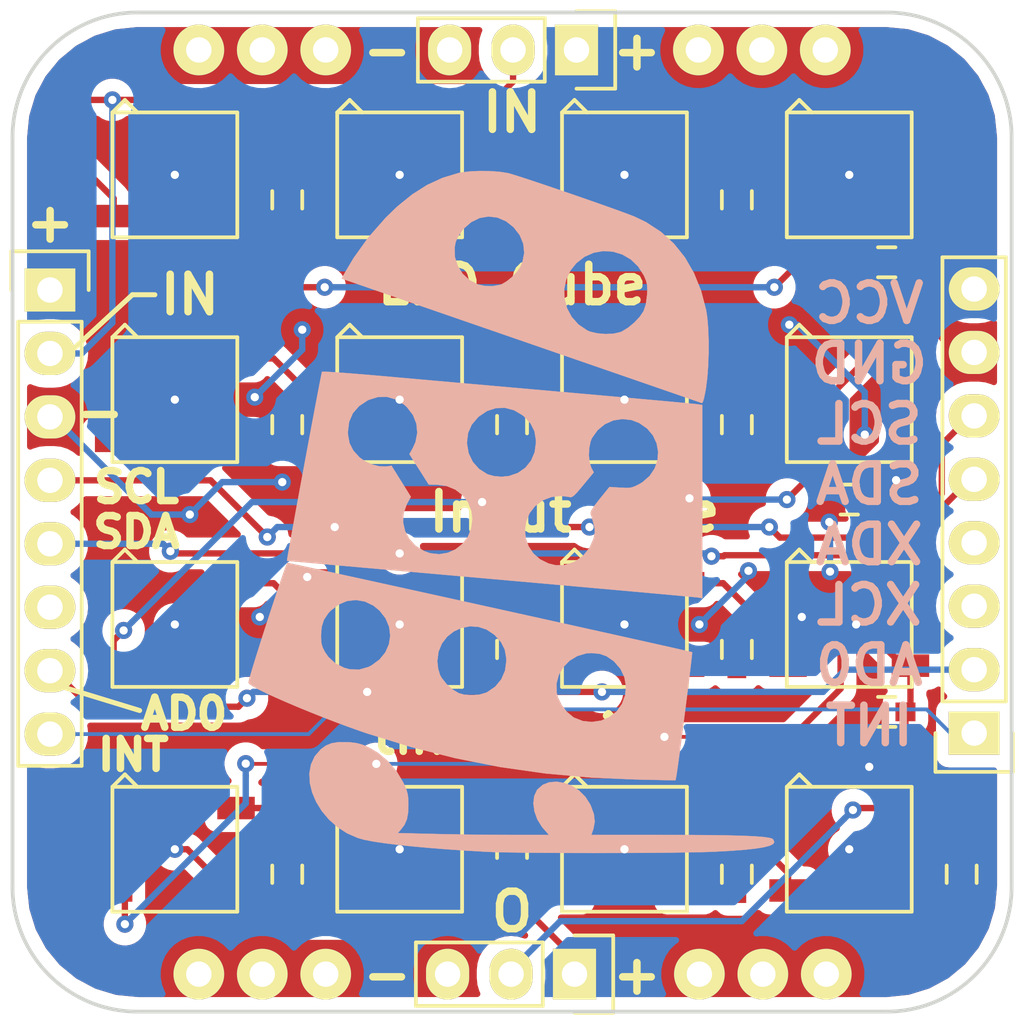
<source format=kicad_pcb>
(kicad_pcb (version 4) (host pcbnew 4.0.5)
  (title_block (title "LED Cube") (date 2016-07-20) (rev v1.0) (company Thimble) (comment 1 http://www.thimble.io))
  (layers (0 F.Cu signal) (31 B.Cu signal) (34 B.Paste user) (35 F.Paste user) (36 B.SilkS user) (37 F.SilkS user) (38 B.Mask user) (39 F.Mask user) (44 Edge.Cuts user))
  (net 0 "")
  (net 1 +5V)
  (net 2 GND)
  (net 3 "Net-(LED1-Pad2)")
  (net 4 "Net-(LED1-Pad4)")
  (net 5 "Net-(LED2-Pad2)")
  (net 6 "Net-(LED3-Pad2)")
  (net 7 "Net-(LED4-Pad2)")
  (net 8 "Net-(LED5-Pad2)")
  (net 9 "Net-(LED6-Pad2)")
  (net 10 "Net-(LED7-Pad2)")
  (net 11 "Net-(LED8-Pad2)")
  (net 12 "Net-(LED10-Pad4)")
  (net 13 "Net-(LED10-Pad2)")
  (net 14 "Net-(LED11-Pad2)")
  (net 15 "Net-(LED12-Pad2)")
  (net 16 "Net-(LED13-Pad2)")
  (net 17 "Net-(LED14-Pad2)")
  (net 18 "Net-(LED15-Pad2)")
  (net 19 "Net-(LED16-Pad2)")
  (net 20 /SCL)
  (net 21 /SDA)
  (net 22 /INT)
  (net 23 /AD0)
  (module logo:27_3mm_icon (layer B.Cu) (at 163.5 123.5 180)
    (fp_text reference G*** hide)
    (fp_text value LOGO hide)
  )
  (module mechanical:Mechanical_1x03 (layer F.Cu) (at 171 142 90)
    (fp_text reference REF** hide)
    (fp_text value Pin_Header_Straight_1x03 hide)
    (pad 1 thru_hole circle (at 0 0 90) (size 2.032 2.032) (drill 1.016) (layers *.Cu *.Mask F.SilkS) (net 2 GND))
    (pad 2 thru_hole circle (at 0 2.54 90) (size 2.032 2.032) (drill 1.016) (layers *.Cu *.Mask F.SilkS) (net 2 GND))
    (pad 3 thru_hole circle (at 0 5.08 90) (size 2.032 2.032) (drill 1.016) (layers *.Cu *.Mask F.SilkS) (net 2 GND))
  )
  (module Pin_Headers:Pin_Header_Straight_1x03 (layer F.Cu) (at 166 142 270)
    (fp_text reference P4 hide)
    (fp_text value CONN_01X03)
    (pad 1 thru_hole rect (at 0 0 270) (size 2.032 1.7272) (drill 1.016) (layers *.Cu *.Mask F.SilkS) (net 1 +5V))
    (pad 2 thru_hole oval (at 0 2.54 270) (size 2.032 1.7272) (drill 1.016) (layers *.Cu *.Mask F.SilkS) (net 19 "Net-(LED16-Pad2)"))
    (pad 3 thru_hole oval (at 0 5.08 270) (size 2.032 1.7272) (drill 1.016) (layers *.Cu *.Mask F.SilkS) (net 2 GND))
  )
  (module Pin_Headers:Pin_Header_Straight_1x03 (layer F.Cu) (at 166.08 105 270)
    (fp_text reference P1 hide)
    (fp_text value CONN_01X03)
    (pad 1 thru_hole rect (at 0 0 270) (size 2.032 1.7272) (drill 1.016) (layers *.Cu *.Mask F.SilkS) (net 1 +5V))
    (pad 2 thru_hole oval (at 0 2.54 270) (size 2.032 1.7272) (drill 1.016) (layers *.Cu *.Mask F.SilkS) (net 4 "Net-(LED1-Pad4)"))
    (pad 3 thru_hole oval (at 0 5.08 270) (size 2.032 1.7272) (drill 1.016) (layers *.Cu *.Mask F.SilkS) (net 2 GND))
  )
  (module Capacitors_SMD:C_0603 (layer F.Cu) (at 154.5 111 90)
    (fp_text reference C1 hide)
    (fp_text value 1uF)
    (pad 1 smd rect (at -0.75 0 90) (size 0.8 0.75) (layers F.Cu F.Paste F.Mask) (net 1 +5V))
    (pad 2 smd rect (at 0.75 0 90) (size 0.8 0.75) (layers F.Cu F.Paste F.Mask) (net 2 GND))
  )
  (module Capacitors_SMD:C_0603 (layer F.Cu) (at 163.5 111 90)
    (fp_text reference C2 hide)
    (fp_text value 1uF)
    (pad 1 smd rect (at -0.75 0 90) (size 0.8 0.75) (layers F.Cu F.Paste F.Mask) (net 1 +5V))
    (pad 2 smd rect (at 0.75 0 90) (size 0.8 0.75) (layers F.Cu F.Paste F.Mask) (net 2 GND))
  )
  (module Capacitors_SMD:C_0603 (layer F.Cu) (at 172.5 111 90)
    (fp_text reference C3 hide)
    (fp_text value 1uF)
    (pad 1 smd rect (at -0.75 0 90) (size 0.8 0.75) (layers F.Cu F.Paste F.Mask) (net 1 +5V))
    (pad 2 smd rect (at 0.75 0 90) (size 0.8 0.75) (layers F.Cu F.Paste F.Mask) (net 2 GND))
  )
  (module Capacitors_SMD:C_0603 (layer F.Cu) (at 154.5 120 90)
    (fp_text reference C5 hide)
    (fp_text value 1uF)
    (pad 1 smd rect (at -0.75 0 90) (size 0.8 0.75) (layers F.Cu F.Paste F.Mask) (net 1 +5V))
    (pad 2 smd rect (at 0.75 0 90) (size 0.8 0.75) (layers F.Cu F.Paste F.Mask) (net 2 GND))
  )
  (module Capacitors_SMD:C_0603 (layer F.Cu) (at 163.5 120 90)
    (fp_text reference C6 hide)
    (fp_text value 1uF)
    (pad 1 smd rect (at -0.75 0 90) (size 0.8 0.75) (layers F.Cu F.Paste F.Mask) (net 1 +5V))
    (pad 2 smd rect (at 0.75 0 90) (size 0.8 0.75) (layers F.Cu F.Paste F.Mask) (net 2 GND))
  )
  (module Capacitors_SMD:C_0603 (layer F.Cu) (at 172.5 120 90)
    (fp_text reference C7 hide)
    (fp_text value 1uF)
    (pad 1 smd rect (at -0.75 0 90) (size 0.8 0.75) (layers F.Cu F.Paste F.Mask) (net 1 +5V))
    (pad 2 smd rect (at 0.75 0 90) (size 0.8 0.75) (layers F.Cu F.Paste F.Mask) (net 2 GND))
  )
  (module Capacitors_SMD:C_0603 (layer F.Cu) (at 177 123 180)
    (fp_text reference C8 hide)
    (fp_text value 1uF)
    (pad 1 smd rect (at -0.75 0 180) (size 0.8 0.75) (layers F.Cu F.Paste F.Mask) (net 1 +5V))
    (pad 2 smd rect (at 0.75 0 180) (size 0.8 0.75) (layers F.Cu F.Paste F.Mask) (net 2 GND))
  )
  (module Capacitors_SMD:C_0603 (layer F.Cu) (at 154.5 129 90)
    (fp_text reference C9 hide)
    (fp_text value 1uF)
    (pad 1 smd rect (at -0.75 0 90) (size 0.8 0.75) (layers F.Cu F.Paste F.Mask) (net 1 +5V))
    (pad 2 smd rect (at 0.75 0 90) (size 0.8 0.75) (layers F.Cu F.Paste F.Mask) (net 2 GND))
  )
  (module Capacitors_SMD:C_0603 (layer F.Cu) (at 163.5 129 90)
    (fp_text reference C10 hide)
    (fp_text value 1uF)
    (pad 1 smd rect (at -0.75 0 90) (size 0.8 0.75) (layers F.Cu F.Paste F.Mask) (net 1 +5V))
    (pad 2 smd rect (at 0.75 0 90) (size 0.8 0.75) (layers F.Cu F.Paste F.Mask) (net 2 GND))
  )
  (module Capacitors_SMD:C_0603 (layer F.Cu) (at 172.5 129 90)
    (fp_text reference C11 hide)
    (fp_text value 1uF)
    (pad 1 smd rect (at -0.75 0 90) (size 0.8 0.75) (layers F.Cu F.Paste F.Mask) (net 1 +5V))
    (pad 2 smd rect (at 0.75 0 90) (size 0.8 0.75) (layers F.Cu F.Paste F.Mask) (net 2 GND))
  )
  (module Capacitors_SMD:C_0603 (layer F.Cu) (at 178.5 131.5 180)
    (fp_text reference C12 hide)
    (fp_text value 1uF)
    (pad 1 smd rect (at -0.75 0 180) (size 0.8 0.75) (layers F.Cu F.Paste F.Mask) (net 1 +5V))
    (pad 2 smd rect (at 0.75 0 180) (size 0.8 0.75) (layers F.Cu F.Paste F.Mask) (net 2 GND))
  )
  (module Capacitors_SMD:C_0603 (layer F.Cu) (at 154.5 138 90)
    (fp_text reference C13 hide)
    (fp_text value 1uF)
    (pad 1 smd rect (at -0.75 0 90) (size 0.8 0.75) (layers F.Cu F.Paste F.Mask) (net 1 +5V))
    (pad 2 smd rect (at 0.75 0 90) (size 0.8 0.75) (layers F.Cu F.Paste F.Mask) (net 2 GND))
  )
  (module Capacitors_SMD:C_0603 (layer F.Cu) (at 163.5 137 90)
    (fp_text reference C14 hide)
    (fp_text value 1uF)
    (pad 1 smd rect (at -0.75 0 90) (size 0.8 0.75) (layers F.Cu F.Paste F.Mask) (net 1 +5V))
    (pad 2 smd rect (at 0.75 0 90) (size 0.8 0.75) (layers F.Cu F.Paste F.Mask) (net 2 GND))
  )
  (module Capacitors_SMD:C_0603 (layer F.Cu) (at 172.5 138 90)
    (fp_text reference C15 hide)
    (fp_text value 1uF)
    (pad 1 smd rect (at -0.75 0 90) (size 0.8 0.75) (layers F.Cu F.Paste F.Mask) (net 1 +5V))
    (pad 2 smd rect (at 0.75 0 90) (size 0.8 0.75) (layers F.Cu F.Paste F.Mask) (net 2 GND))
  )
  (module Capacitors_SMD:C_0603 (layer F.Cu) (at 181.5 138 90)
    (fp_text reference C16 hide)
    (fp_text value 1uF)
    (pad 1 smd rect (at -0.75 0 90) (size 0.8 0.75) (layers F.Cu F.Paste F.Mask) (net 1 +5V))
    (pad 2 smd rect (at 0.75 0 90) (size 0.8 0.75) (layers F.Cu F.Paste F.Mask) (net 2 GND))
  )
  (module Capacitors_SMD:C_0603 (layer F.Cu) (at 178.5 113.5 180)
    (fp_text reference C4 hide)
    (fp_text value 1uF)
    (pad 1 smd rect (at -0.75 0 180) (size 0.8 0.75) (layers F.Cu F.Paste F.Mask) (net 1 +5V))
    (pad 2 smd rect (at 0.75 0 180) (size 0.8 0.75) (layers F.Cu F.Paste F.Mask) (net 2 GND))
  )
  (module mechanical:Mechanical_1x03 (layer F.Cu) (at 150.96 142 90)
    (fp_text reference REF** hide)
    (fp_text value Pin_Header_Straight_1x03 hide)
    (pad 1 thru_hole circle (at 0 0 90) (size 2.032 2.032) (drill 1.016) (layers *.Cu *.Mask F.SilkS) (net 2 GND))
    (pad 2 thru_hole circle (at 0 2.54 90) (size 2.032 2.032) (drill 1.016) (layers *.Cu *.Mask F.SilkS) (net 2 GND))
    (pad 3 thru_hole circle (at 0 5.08 90) (size 2.032 2.032) (drill 1.016) (layers *.Cu *.Mask F.SilkS) (net 2 GND))
  )
  (module mechanical:Mechanical_1x03 (layer F.Cu) (at 150.96 105 90)
    (fp_text reference REF** hide)
    (fp_text value Pin_Header_Straight_1x03 hide)
    (pad 1 thru_hole circle (at 0 0 90) (size 2.032 2.032) (drill 1.016) (layers *.Cu *.Mask F.SilkS) (net 2 GND))
    (pad 2 thru_hole circle (at 0 2.54 90) (size 2.032 2.032) (drill 1.016) (layers *.Cu *.Mask F.SilkS) (net 2 GND))
    (pad 3 thru_hole circle (at 0 5.08 90) (size 2.032 2.032) (drill 1.016) (layers *.Cu *.Mask F.SilkS) (net 2 GND))
  )
  (module mechanical:Mechanical_1x03 (layer F.Cu) (at 170.96 105 90)
    (fp_text reference REF** hide)
    (fp_text value Pin_Header_Straight_1x03 hide)
    (pad 1 thru_hole circle (at 0 0 90) (size 2.032 2.032) (drill 1.016) (layers *.Cu *.Mask F.SilkS) (net 2 GND))
    (pad 2 thru_hole circle (at 0 2.54 90) (size 2.032 2.032) (drill 1.016) (layers *.Cu *.Mask F.SilkS) (net 2 GND))
    (pad 3 thru_hole circle (at 0 5.08 90) (size 2.032 2.032) (drill 1.016) (layers *.Cu *.Mask F.SilkS) (net 2 GND))
  )
  (module Pin_Headers:Pin_Header_Straight_1x08 (layer F.Cu) (at 145 114.61)
    (fp_text reference P2 hide)
    (fp_text value CONN_01X08)
    (pad 1 thru_hole rect (at 0 0) (size 2.032 1.7272) (drill 1.016) (layers *.Cu *.Mask F.SilkS) (net 1 +5V))
    (pad 2 thru_hole oval (at 0 2.54) (size 2.032 1.7272) (drill 1.016) (layers *.Cu *.Mask F.SilkS) (net 4 "Net-(LED1-Pad4)"))
    (pad 3 thru_hole oval (at 0 5.08) (size 2.032 1.7272) (drill 1.016) (layers *.Cu *.Mask F.SilkS) (net 2 GND))
    (pad 4 thru_hole oval (at 0 7.62) (size 2.032 1.7272) (drill 1.016) (layers *.Cu *.Mask F.SilkS) (net 20 /SCL))
    (pad 5 thru_hole oval (at 0 10.16) (size 2.032 1.7272) (drill 1.016) (layers *.Cu *.Mask F.SilkS) (net 21 /SDA))
    (pad 6 thru_hole oval (at 0 12.7) (size 2.032 1.7272) (drill 1.016) (layers *.Cu *.Mask F.SilkS))
    (pad 7 thru_hole oval (at 0 15.24) (size 2.032 1.7272) (drill 1.016) (layers *.Cu *.Mask F.SilkS) (net 23 /AD0))
    (pad 8 thru_hole oval (at 0 17.78) (size 2.032 1.7272) (drill 1.016) (layers *.Cu *.Mask F.SilkS) (net 22 /INT))
  )
  (module Pin_Headers:Pin_Header_Straight_1x08 (layer F.Cu) (at 182 132.35 180)
    (fp_text reference P3 hide)
    (fp_text value CONN_01X08)
    (pad 1 thru_hole rect (at 0 0 180) (size 2.032 1.7272) (drill 1.016) (layers *.Cu *.Mask F.SilkS) (net 22 /INT))
    (pad 2 thru_hole oval (at 0 2.54 180) (size 2.032 1.7272) (drill 1.016) (layers *.Cu *.Mask F.SilkS) (net 23 /AD0))
    (pad 3 thru_hole oval (at 0 5.08 180) (size 2.032 1.7272) (drill 1.016) (layers *.Cu *.Mask F.SilkS))
    (pad 4 thru_hole oval (at 0 7.62 180) (size 2.032 1.7272) (drill 1.016) (layers *.Cu *.Mask F.SilkS))
    (pad 5 thru_hole oval (at 0 10.16 180) (size 2.032 1.7272) (drill 1.016) (layers *.Cu *.Mask F.SilkS) (net 21 /SDA))
    (pad 6 thru_hole oval (at 0 12.7 180) (size 2.032 1.7272) (drill 1.016) (layers *.Cu *.Mask F.SilkS) (net 20 /SCL))
    (pad 7 thru_hole oval (at 0 15.24 180) (size 2.032 1.7272) (drill 1.016) (layers *.Cu *.Mask F.SilkS) (net 2 GND))
    (pad 8 thru_hole oval (at 0 17.78 180) (size 2.032 1.7272) (drill 1.016) (layers *.Cu *.Mask F.SilkS) (net 1 +5V))
  )
  (module ws2812b:5050 (layer F.Cu) (at 150 110 180)
    (fp_text reference LED1 hide)
    (fp_text value LED_RGB_WS2812B hide)
    (pad 1 smd rect (at -2.45 -1.65 180) (size 1.5 0.9) (layers F.Cu F.Paste F.Mask) (net 1 +5V))
    (pad 2 smd rect (at -2.45 1.65 180) (size 1.5 0.9) (layers F.Cu F.Paste F.Mask) (net 3 "Net-(LED1-Pad2)"))
    (pad 3 smd rect (at 2.45 1.65 180) (size 1.5 0.9) (layers F.Cu F.Paste F.Mask) (net 2 GND))
    (pad 4 smd rect (at 2.45 -1.65 180) (size 1.5 0.9) (layers F.Cu F.Paste F.Mask) (net 4 "Net-(LED1-Pad4)"))
  )
  (module ws2812b:5050 (layer F.Cu) (at 177 137 180)
    (fp_text reference LED16 hide)
    (fp_text value LED_RGB_WS2812B hide)
    (pad 1 smd rect (at -2.45 -1.65 180) (size 1.5 0.9) (layers F.Cu F.Paste F.Mask) (net 1 +5V))
    (pad 2 smd rect (at -2.45 1.65 180) (size 1.5 0.9) (layers F.Cu F.Paste F.Mask) (net 19 "Net-(LED16-Pad2)"))
    (pad 3 smd rect (at 2.45 1.65 180) (size 1.5 0.9) (layers F.Cu F.Paste F.Mask) (net 2 GND))
    (pad 4 smd rect (at 2.45 -1.65 180) (size 1.5 0.9) (layers F.Cu F.Paste F.Mask) (net 18 "Net-(LED15-Pad2)"))
  )
  (module ws2812b:5050 (layer F.Cu) (at 168 137 180)
    (fp_text reference LED15 hide)
    (fp_text value LED_RGB_WS2812B hide)
    (pad 1 smd rect (at -2.45 -1.65 180) (size 1.5 0.9) (layers F.Cu F.Paste F.Mask) (net 1 +5V))
    (pad 2 smd rect (at -2.45 1.65 180) (size 1.5 0.9) (layers F.Cu F.Paste F.Mask) (net 18 "Net-(LED15-Pad2)"))
    (pad 3 smd rect (at 2.45 1.65 180) (size 1.5 0.9) (layers F.Cu F.Paste F.Mask) (net 2 GND))
    (pad 4 smd rect (at 2.45 -1.65 180) (size 1.5 0.9) (layers F.Cu F.Paste F.Mask) (net 17 "Net-(LED14-Pad2)"))
  )
  (module ws2812b:5050 (layer F.Cu) (at 159 137 180)
    (fp_text reference LED14 hide)
    (fp_text value LED_RGB_WS2812B hide)
    (pad 1 smd rect (at -2.45 -1.65 180) (size 1.5 0.9) (layers F.Cu F.Paste F.Mask) (net 1 +5V))
    (pad 2 smd rect (at -2.45 1.65 180) (size 1.5 0.9) (layers F.Cu F.Paste F.Mask) (net 17 "Net-(LED14-Pad2)"))
    (pad 3 smd rect (at 2.45 1.65 180) (size 1.5 0.9) (layers F.Cu F.Paste F.Mask) (net 2 GND))
    (pad 4 smd rect (at 2.45 -1.65 180) (size 1.5 0.9) (layers F.Cu F.Paste F.Mask) (net 16 "Net-(LED13-Pad2)"))
  )
  (module ws2812b:5050 (layer F.Cu) (at 150 137 180)
    (fp_text reference LED13 hide)
    (fp_text value LED_RGB_WS2812B hide)
    (pad 1 smd rect (at -2.45 -1.65 180) (size 1.5 0.9) (layers F.Cu F.Paste F.Mask) (net 1 +5V))
    (pad 2 smd rect (at -2.45 1.65 180) (size 1.5 0.9) (layers F.Cu F.Paste F.Mask) (net 16 "Net-(LED13-Pad2)"))
    (pad 3 smd rect (at 2.45 1.65 180) (size 1.5 0.9) (layers F.Cu F.Paste F.Mask) (net 2 GND))
    (pad 4 smd rect (at 2.45 -1.65 180) (size 1.5 0.9) (layers F.Cu F.Paste F.Mask) (net 15 "Net-(LED12-Pad2)"))
  )
  (module ws2812b:5050 (layer F.Cu) (at 168 128 180)
    (fp_text reference LED11 hide)
    (fp_text value LED_RGB_WS2812B hide)
    (pad 1 smd rect (at -2.45 -1.65 180) (size 1.5 0.9) (layers F.Cu F.Paste F.Mask) (net 1 +5V))
    (pad 2 smd rect (at -2.45 1.65 180) (size 1.5 0.9) (layers F.Cu F.Paste F.Mask) (net 14 "Net-(LED11-Pad2)"))
    (pad 3 smd rect (at 2.45 1.65 180) (size 1.5 0.9) (layers F.Cu F.Paste F.Mask) (net 2 GND))
    (pad 4 smd rect (at 2.45 -1.65 180) (size 1.5 0.9) (layers F.Cu F.Paste F.Mask) (net 13 "Net-(LED10-Pad2)"))
  )
  (module ws2812b:5050 (layer F.Cu) (at 159 128 180)
    (fp_text reference LED10 hide)
    (fp_text value LED_RGB_WS2812B hide)
    (pad 1 smd rect (at -2.45 -1.65 180) (size 1.5 0.9) (layers F.Cu F.Paste F.Mask) (net 1 +5V))
    (pad 2 smd rect (at -2.45 1.65 180) (size 1.5 0.9) (layers F.Cu F.Paste F.Mask) (net 13 "Net-(LED10-Pad2)"))
    (pad 3 smd rect (at 2.45 1.65 180) (size 1.5 0.9) (layers F.Cu F.Paste F.Mask) (net 2 GND))
    (pad 4 smd rect (at 2.45 -1.65 180) (size 1.5 0.9) (layers F.Cu F.Paste F.Mask) (net 12 "Net-(LED10-Pad4)"))
  )
  (module ws2812b:5050 (layer F.Cu) (at 150 128 180)
    (fp_text reference LED9 hide)
    (fp_text value LED_RGB_WS2812B hide)
    (pad 1 smd rect (at -2.45 -1.65 180) (size 1.5 0.9) (layers F.Cu F.Paste F.Mask) (net 1 +5V))
    (pad 2 smd rect (at -2.45 1.65 180) (size 1.5 0.9) (layers F.Cu F.Paste F.Mask) (net 12 "Net-(LED10-Pad4)"))
    (pad 3 smd rect (at 2.45 1.65 180) (size 1.5 0.9) (layers F.Cu F.Paste F.Mask) (net 2 GND))
    (pad 4 smd rect (at 2.45 -1.65 180) (size 1.5 0.9) (layers F.Cu F.Paste F.Mask) (net 11 "Net-(LED8-Pad2)"))
  )
  (module ws2812b:5050 (layer F.Cu) (at 177 119 180)
    (fp_text reference LED8 hide)
    (fp_text value LED_RGB_WS2812B hide)
    (pad 1 smd rect (at -2.45 -1.65 180) (size 1.5 0.9) (layers F.Cu F.Paste F.Mask) (net 1 +5V))
    (pad 2 smd rect (at -2.45 1.65 180) (size 1.5 0.9) (layers F.Cu F.Paste F.Mask) (net 11 "Net-(LED8-Pad2)"))
    (pad 3 smd rect (at 2.45 1.65 180) (size 1.5 0.9) (layers F.Cu F.Paste F.Mask) (net 2 GND))
    (pad 4 smd rect (at 2.45 -1.65 180) (size 1.5 0.9) (layers F.Cu F.Paste F.Mask) (net 10 "Net-(LED7-Pad2)"))
  )
  (module ws2812b:5050 (layer F.Cu) (at 168 119 180)
    (fp_text reference LED7 hide)
    (fp_text value LED_RGB_WS2812B hide)
    (pad 1 smd rect (at -2.45 -1.65 180) (size 1.5 0.9) (layers F.Cu F.Paste F.Mask) (net 1 +5V))
    (pad 2 smd rect (at -2.45 1.65 180) (size 1.5 0.9) (layers F.Cu F.Paste F.Mask) (net 10 "Net-(LED7-Pad2)"))
    (pad 3 smd rect (at 2.45 1.65 180) (size 1.5 0.9) (layers F.Cu F.Paste F.Mask) (net 2 GND))
    (pad 4 smd rect (at 2.45 -1.65 180) (size 1.5 0.9) (layers F.Cu F.Paste F.Mask) (net 9 "Net-(LED6-Pad2)"))
  )
  (module ws2812b:5050 (layer F.Cu) (at 159 119 180)
    (fp_text reference LED6 hide)
    (fp_text value LED_RGB_WS2812B hide)
    (pad 1 smd rect (at -2.45 -1.65 180) (size 1.5 0.9) (layers F.Cu F.Paste F.Mask) (net 1 +5V))
    (pad 2 smd rect (at -2.45 1.65 180) (size 1.5 0.9) (layers F.Cu F.Paste F.Mask) (net 9 "Net-(LED6-Pad2)"))
    (pad 3 smd rect (at 2.45 1.65 180) (size 1.5 0.9) (layers F.Cu F.Paste F.Mask) (net 2 GND))
    (pad 4 smd rect (at 2.45 -1.65 180) (size 1.5 0.9) (layers F.Cu F.Paste F.Mask) (net 8 "Net-(LED5-Pad2)"))
  )
  (module ws2812b:5050 (layer F.Cu) (at 150 119 180)
    (fp_text reference LED5 hide)
    (fp_text value LED_RGB_WS2812B hide)
    (pad 1 smd rect (at -2.45 -1.65 180) (size 1.5 0.9) (layers F.Cu F.Paste F.Mask) (net 1 +5V))
    (pad 2 smd rect (at -2.45 1.65 180) (size 1.5 0.9) (layers F.Cu F.Paste F.Mask) (net 8 "Net-(LED5-Pad2)"))
    (pad 3 smd rect (at 2.45 1.65 180) (size 1.5 0.9) (layers F.Cu F.Paste F.Mask) (net 2 GND))
    (pad 4 smd rect (at 2.45 -1.65 180) (size 1.5 0.9) (layers F.Cu F.Paste F.Mask) (net 7 "Net-(LED4-Pad2)"))
  )
  (module ws2812b:5050 (layer F.Cu) (at 159 110 180)
    (fp_text reference LED2 hide)
    (fp_text value LED_RGB_WS2812B hide)
    (pad 1 smd rect (at -2.45 -1.65 180) (size 1.5 0.9) (layers F.Cu F.Paste F.Mask) (net 1 +5V))
    (pad 2 smd rect (at -2.45 1.65 180) (size 1.5 0.9) (layers F.Cu F.Paste F.Mask) (net 5 "Net-(LED2-Pad2)"))
    (pad 3 smd rect (at 2.45 1.65 180) (size 1.5 0.9) (layers F.Cu F.Paste F.Mask) (net 2 GND))
    (pad 4 smd rect (at 2.45 -1.65 180) (size 1.5 0.9) (layers F.Cu F.Paste F.Mask) (net 3 "Net-(LED1-Pad2)"))
  )
  (module ws2812b:5050 (layer F.Cu) (at 168 110 180)
    (fp_text reference LED3 hide)
    (fp_text value LED_RGB_WS2812B hide)
    (pad 1 smd rect (at -2.45 -1.65 180) (size 1.5 0.9) (layers F.Cu F.Paste F.Mask) (net 1 +5V))
    (pad 2 smd rect (at -2.45 1.65 180) (size 1.5 0.9) (layers F.Cu F.Paste F.Mask) (net 6 "Net-(LED3-Pad2)"))
    (pad 3 smd rect (at 2.45 1.65 180) (size 1.5 0.9) (layers F.Cu F.Paste F.Mask) (net 2 GND))
    (pad 4 smd rect (at 2.45 -1.65 180) (size 1.5 0.9) (layers F.Cu F.Paste F.Mask) (net 5 "Net-(LED2-Pad2)"))
  )
  (module ws2812b:5050 (layer F.Cu) (at 177 110 180)
    (fp_text reference LED4 hide)
    (fp_text value LED_RGB_WS2812B hide)
    (pad 1 smd rect (at -2.45 -1.65 180) (size 1.5 0.9) (layers F.Cu F.Paste F.Mask) (net 1 +5V))
    (pad 2 smd rect (at -2.45 1.65 180) (size 1.5 0.9) (layers F.Cu F.Paste F.Mask) (net 7 "Net-(LED4-Pad2)"))
    (pad 3 smd rect (at 2.45 1.65 180) (size 1.5 0.9) (layers F.Cu F.Paste F.Mask) (net 2 GND))
    (pad 4 smd rect (at 2.45 -1.65 180) (size 1.5 0.9) (layers F.Cu F.Paste F.Mask) (net 6 "Net-(LED3-Pad2)"))
  )
  (module ws2812b:5050 (layer F.Cu) (at 177 128 180)
    (fp_text reference LED12 hide)
    (fp_text value LED_RGB_WS2812B hide)
    (pad 1 smd rect (at -2.45 -1.65 180) (size 1.5 0.9) (layers F.Cu F.Paste F.Mask) (net 1 +5V))
    (pad 2 smd rect (at -2.45 1.65 180) (size 1.5 0.9) (layers F.Cu F.Paste F.Mask) (net 15 "Net-(LED12-Pad2)"))
    (pad 3 smd rect (at 2.45 1.65 180) (size 1.5 0.9) (layers F.Cu F.Paste F.Mask) (net 2 GND))
    (pad 4 smd rect (at 2.45 -1.65 180) (size 1.5 0.9) (layers F.Cu F.Paste F.Mask) (net 14 "Net-(LED11-Pad2)"))
  )
  (gr_text INT (at 148.336 133.223) (layer F.SilkS) (effects (font (size 1.2 1.2) (thickness 0.3))))
  (gr_text thimble.io (at 163.5 132.4) (layer F.SilkS) (effects (font (size 1.5 1.5) (thickness 0.3))))
  (gr_text "Top Input Side" (at 163.5 123.5) (layer F.SilkS) (effects (font (size 1.5 1.5) (thickness 0.3))))
  (gr_text "LED Cube" (at 163.5 114.4) (layer F.SilkS) (effects (font (size 1.5 1.5) (thickness 0.3))))
  (gr_line (start 148.3 114.8) (end 149.2 114.8) (layer F.SilkS) (width 0.2))
  (gr_line (start 145.8 117.1) (end 148.3 114.8) (layer F.SilkS) (width 0.2))
  (gr_text AD0 (at 150.368 131.572) (layer F.SilkS) (effects (font (size 1.2 1.2) (thickness 0.3))))
  (gr_line (start 145.5 130.5) (end 148.59 131.445) (layer F.SilkS) (width 0.2))
  (gr_text SDA (at 148.463 124.3) (layer F.SilkS) (effects (font (size 1.2 1.2) (thickness 0.3))))
  (gr_text SCL (at 148.463 122.5) (layer F.SilkS) (effects (font (size 1.2 1.2) (thickness 0.3))))
  (gr_line (start 148.5 103.5) (end 178.5 103.5) (layer Edge.Cuts) (width 0.15))
  (gr_arc (start 148.5 108.5) (end 143.5 108.5) (angle 90) (layer Edge.Cuts) (width 0.15))
  (gr_line (start 183.5 108.5) (end 183.5 138.5) (layer Edge.Cuts) (width 0.15))
  (gr_arc (start 178.5 108.5) (end 178.5 103.5) (angle 90) (layer Edge.Cuts) (width 0.15))
  (gr_line (start 143.5 108.5) (end 143.5 138.5) (layer Edge.Cuts) (width 0.15))
  (gr_line (start 148.5 143.5) (end 178.5 143.5) (layer Edge.Cuts) (width 0.15))
  (gr_arc (start 148.5 138.5) (end 148.5 143.5) (angle 90) (layer Edge.Cuts) (width 0.15))
  (gr_arc (start 178.5 138.5) (end 183.5 138.5) (angle 90) (layer Edge.Cuts) (width 0.15))
  (gr_text O (at 163.5 139.5) (layer F.SilkS) (effects (font (size 1.5 1.5) (thickness 0.3))))
  (gr_text "-\n" (at 147 119.7 180) (layer F.SilkS) (effects (font (size 1.5 1.5) (thickness 0.3))))
  (gr_text + (at 168.5 142) (layer F.SilkS) (effects (font (size 1.5 1.5) (thickness 0.3))))
  (gr_text - (at 158.5 142) (layer F.SilkS) (effects (font (size 1.5 1.5) (thickness 0.3))))
  (gr_text "VCC\nGND\nSCL\nSDA\nXDA\nXCL\nAD0\nINT" (at 177.8 123.6) (layer B.SilkS) (effects (font (size 1.5 1.5) (thickness 0.3)) (justify mirror)))
  (gr_text IN (at 150.6 114.8) (layer F.SilkS) (effects (font (size 1.5 1.5) (thickness 0.3))))
  (gr_text + (at 144.9 112 90) (layer F.SilkS) (effects (font (size 1.5 1.5) (thickness 0.3))))
  (gr_text + (at 168.5 105) (layer F.SilkS) (effects (font (size 1.5 1.5) (thickness 0.3))))
  (gr_text - (at 158.5 105) (layer F.SilkS) (effects (font (size 1.5 1.5) (thickness 0.3))))
  (gr_text IN (at 163.5 107.5) (layer F.SilkS) (effects (font (size 1.5 1.5) (thickness 0.3))))
  (segment (start 154.5 138.75) (end 154.5 139.404) (width 0.254) (layer F.Cu) (net 1))
  (segment (start 154.5 139.404) (end 155.087273 139.991273) (width 0.254) (layer F.Cu) (net 1))
  (segment (start 155.087273 139.991273) (end 157.222629 139.991273) (width 0.254) (layer F.Cu) (net 1))
  (segment (start 157.222629 139.991273) (end 159 138.213902) (width 0.254) (layer F.Cu) (net 1))
  (segment (start 159 138.213902) (end 159 137.484933) (width 0.254) (layer F.Cu) (net 1))
  (segment (start 159 137.484933) (end 159 137) (width 0.254) (layer F.Cu) (net 1))
  (segment (start 178.874508 122.709036) (end 178.874508 122.224103) (width 0.254) (layer B.Cu) (net 1))
  (segment (start 178.874508 124.410425) (end 178.874508 122.709036) (width 0.254) (layer B.Cu) (net 1))
  (segment (start 175.584933 127.7) (end 178.874508 124.410425) (width 0.254) (layer B.Cu) (net 1))
  (segment (start 175.1 127.7) (end 175.584933 127.7) (width 0.254) (layer B.Cu) (net 1))
  (segment (start 179.25 131.5) (end 179.25 132.25) (width 0.254) (layer F.Cu) (net 1))
  (segment (start 179.25 132.25) (end 177.8 133.7) (width 0.254) (layer F.Cu) (net 1))
  (via (at 177.8 133.7) (size 0.6858) (drill 0.3302) (layers F.Cu B.Cu) (net 1))
  (segment (start 170.05 120.65) (end 170.45 121.05) (width 0.254) (layer F.Cu) (net 1))
  (segment (start 170.45 120.65) (end 170.05 120.65) (width 0.254) (layer F.Cu) (net 1))
  (segment (start 182 114.57) (end 179.691 114.57) (width 0.254) (layer F.Cu) (net 1))
  (segment (start 179.691 114.57) (end 179.25 114.129) (width 0.254) (layer F.Cu) (net 1))
  (segment (start 179.25 114.129) (end 179.25 113.5) (width 0.254) (layer F.Cu) (net 1))
  (segment (start 178.550897 122.224103) (end 178.874508 122.224103) (width 0.254) (layer F.Cu) (net 1))
  (segment (start 177.775 123) (end 178.550897 122.224103) (width 0.254) (layer F.Cu) (net 1))
  (segment (start 177.75 123) (end 177.775 123) (width 0.254) (layer F.Cu) (net 1))
  (via (at 178.874508 122.224103) (size 0.6858) (drill 0.3302) (layers F.Cu B.Cu) (net 1))
  (segment (start 166 142) (end 166 141.354633) (width 0.254) (layer F.Cu) (net 1))
  (segment (start 166 141.354633) (end 163.295367 138.65) (width 0.254) (layer F.Cu) (net 1))
  (segment (start 162.454 138.65) (end 161.45 138.65) (width 0.254) (layer F.Cu) (net 1))
  (segment (start 163.295367 138.65) (end 162.454 138.65) (width 0.254) (layer F.Cu) (net 1))
  (segment (start 177.5 128) (end 177.274908 128) (width 0.254) (layer F.Cu) (net 1))
  (segment (start 179.15 129.65) (end 177.5 128) (width 0.254) (layer F.Cu) (net 1))
  (segment (start 179.45 129.65) (end 179.15 129.65) (width 0.254) (layer F.Cu) (net 1))
  (via (at 177.274908 128) (size 0.6858) (drill 0.3302) (layers F.Cu B.Cu) (net 1))
  (via (at 175.1 127.7) (size 0.6858) (drill 0.3302) (layers F.Cu B.Cu) (net 1))
  (segment (start 179.72 120.92) (end 179.45 120.65) (width 0.254) (layer F.Cu) (net 1))
  (segment (start 179.45 120.65) (end 179.15 120.65) (width 0.254) (layer F.Cu) (net 1))
  (segment (start 179.15 120.65) (end 177.75 122.05) (width 0.254) (layer F.Cu) (net 1))
  (segment (start 177.75 122.05) (end 177.75 122.371) (width 0.254) (layer F.Cu) (net 1))
  (segment (start 177.75 122.371) (end 177.75 123) (width 0.254) (layer F.Cu) (net 1))
  (segment (start 166 141.8476) (end 166 142) (width 0.254) (layer F.Cu) (net 1))
  (segment (start 159.5 137) (end 159 137) (width 0.254) (layer F.Cu) (net 1))
  (segment (start 161.45 138.65) (end 161.15 138.65) (width 0.254) (layer F.Cu) (net 1))
  (segment (start 161.15 138.65) (end 159.5 137) (width 0.254) (layer F.Cu) (net 1))
  (segment (start 159.5 137) (end 159.484933 137) (width 0.254) (layer F.Cu) (net 1))
  (segment (start 161.45 138.65) (end 162.6 138.65) (width 0.254) (layer F.Cu) (net 1))
  (segment (start 162.6 138.65) (end 163.5 137.75) (width 0.254) (layer F.Cu) (net 1))
  (segment (start 179.45 111.65) (end 179.45 113.3) (width 0.254) (layer F.Cu) (net 1))
  (segment (start 179.45 113.3) (end 179.25 113.5) (width 0.254) (layer F.Cu) (net 1))
  (segment (start 179.45 129.65) (end 179.45 131.3) (width 0.254) (layer F.Cu) (net 1))
  (segment (start 179.45 131.3) (end 179.25 131.5) (width 0.254) (layer F.Cu) (net 1))
  (segment (start 161.55 138.75) (end 161.45 138.65) (width 0.254) (layer F.Cu) (net 1))
  (segment (start 179.75 129.95) (end 179.45 129.65) (width 0.254) (layer F.Cu) (net 1))
  (segment (start 152.45 120.65) (end 154.4 120.65) (width 0.254) (layer F.Cu) (net 1))
  (segment (start 154.4 120.65) (end 154.5 120.75) (width 0.254) (layer F.Cu) (net 1))
  (segment (start 154.5 129.75) (end 152.55 129.75) (width 0.254) (layer F.Cu) (net 1))
  (segment (start 152.55 129.75) (end 152.45 129.65) (width 0.254) (layer F.Cu) (net 1))
  (segment (start 172.5 129.75) (end 170.55 129.75) (width 0.254) (layer F.Cu) (net 1))
  (segment (start 170.55 129.75) (end 170.45 129.65) (width 0.254) (layer F.Cu) (net 1))
  (segment (start 163.5 129.75) (end 161.55 129.75) (width 0.254) (layer F.Cu) (net 1))
  (segment (start 161.55 129.75) (end 161.45 129.65) (width 0.254) (layer F.Cu) (net 1))
  (segment (start 163.5 120.75) (end 161.55 120.75) (width 0.254) (layer F.Cu) (net 1))
  (segment (start 161.55 120.75) (end 161.45 120.65) (width 0.254) (layer F.Cu) (net 1))
  (segment (start 172.5 120.75) (end 170.55 120.75) (width 0.254) (layer F.Cu) (net 1))
  (segment (start 170.55 120.75) (end 170.45 120.65) (width 0.254) (layer F.Cu) (net 1))
  (segment (start 154.5 138.75) (end 152.55 138.75) (width 0.254) (layer F.Cu) (net 1))
  (segment (start 152.55 138.75) (end 152.45 138.65) (width 0.254) (layer F.Cu) (net 1))
  (segment (start 172.5 138.75) (end 170.55 138.75) (width 0.254) (layer F.Cu) (net 1))
  (segment (start 170.55 138.75) (end 170.45 138.65) (width 0.254) (layer F.Cu) (net 1))
  (segment (start 181.5 138.75) (end 179.55 138.75) (width 0.254) (layer F.Cu) (net 1))
  (segment (start 179.55 138.75) (end 179.45 138.65) (width 0.254) (layer F.Cu) (net 1))
  (segment (start 179.45 138.65) (end 179.15 138.65) (width 0.254) (layer F.Cu) (net 1))
  (segment (start 179.15 138.65) (end 177.5 137) (width 0.254) (layer F.Cu) (net 1))
  (segment (start 177.5 137) (end 177 137) (width 0.254) (layer F.Cu) (net 1))
  (via (at 177 137) (size 0.6858) (drill 0.3302) (layers F.Cu B.Cu) (net 1))
  (segment (start 170.45 138.65) (end 170.15 138.65) (width 0.254) (layer F.Cu) (net 1))
  (segment (start 170.15 138.65) (end 168.5 137) (width 0.254) (layer F.Cu) (net 1))
  (segment (start 168.5 137) (end 168 137) (width 0.254) (layer F.Cu) (net 1))
  (via (at 168 137) (size 0.6858) (drill 0.3302) (layers F.Cu B.Cu) (net 1))
  (via (at 159 137) (size 0.6858) (drill 0.3302) (layers F.Cu B.Cu) (net 1))
  (segment (start 152.45 138.65) (end 152.15 138.65) (width 0.254) (layer F.Cu) (net 1))
  (segment (start 152.15 138.65) (end 150.5 137) (width 0.254) (layer F.Cu) (net 1))
  (segment (start 150.5 137) (end 150 137) (width 0.254) (layer F.Cu) (net 1))
  (via (at 150 137) (size 0.6858) (drill 0.3302) (layers F.Cu B.Cu) (net 1))
  (segment (start 170.45 129.65) (end 170.15 129.65) (width 0.254) (layer F.Cu) (net 1))
  (segment (start 170.15 129.65) (end 168.5 128) (width 0.254) (layer F.Cu) (net 1))
  (segment (start 168.5 128) (end 168 128) (width 0.254) (layer F.Cu) (net 1))
  (via (at 168 128) (size 0.6858) (drill 0.3302) (layers F.Cu B.Cu) (net 1))
  (segment (start 161.45 129.65) (end 161.15 129.65) (width 0.254) (layer F.Cu) (net 1))
  (segment (start 161.15 129.65) (end 159.5 128) (width 0.254) (layer F.Cu) (net 1))
  (segment (start 159.5 128) (end 159 128) (width 0.254) (layer F.Cu) (net 1))
  (via (at 159 128) (size 0.6858) (drill 0.3302) (layers F.Cu B.Cu) (net 1))
  (segment (start 152.45 129.65) (end 152.15 129.65) (width 0.254) (layer F.Cu) (net 1))
  (segment (start 152.15 129.65) (end 150.5 128) (width 0.254) (layer F.Cu) (net 1))
  (via (at 150 128) (size 0.6858) (drill 0.3302) (layers F.Cu B.Cu) (net 1))
  (segment (start 150.5 128) (end 150 128) (width 0.254) (layer F.Cu) (net 1))
  (segment (start 170.45 120.65) (end 170.15 120.65) (width 0.254) (layer F.Cu) (net 1))
  (segment (start 170.15 120.65) (end 168.5 119) (width 0.254) (layer F.Cu) (net 1))
  (segment (start 168.5 119) (end 168 119) (width 0.254) (layer F.Cu) (net 1))
  (via (at 168 119) (size 0.6858) (drill 0.3302) (layers F.Cu B.Cu) (net 1))
  (segment (start 161.45 120.65) (end 161.15 120.65) (width 0.254) (layer F.Cu) (net 1))
  (segment (start 161.15 120.65) (end 159.5 119) (width 0.254) (layer F.Cu) (net 1))
  (segment (start 159.5 119) (end 159 119) (width 0.254) (layer F.Cu) (net 1))
  (via (at 159 119) (size 0.6858) (drill 0.3302) (layers F.Cu B.Cu) (net 1))
  (segment (start 152.45 120.65) (end 152.15 120.65) (width 0.254) (layer F.Cu) (net 1))
  (segment (start 152.15 120.65) (end 150.5 119) (width 0.254) (layer F.Cu) (net 1))
  (segment (start 150.5 119) (end 150 119) (width 0.254) (layer F.Cu) (net 1))
  (via (at 150 119) (size 0.6858) (drill 0.3302) (layers F.Cu B.Cu) (net 1))
  (segment (start 179.45 111.65) (end 179.15 111.65) (width 0.254) (layer F.Cu) (net 1))
  (segment (start 179.15 111.65) (end 177.5 110) (width 0.254) (layer F.Cu) (net 1))
  (segment (start 177.5 110) (end 177 110) (width 0.254) (layer F.Cu) (net 1))
  (via (at 177 110) (size 0.6858) (drill 0.3302) (layers F.Cu B.Cu) (net 1))
  (segment (start 152.45 111.65) (end 152.15 111.65) (width 0.254) (layer F.Cu) (net 1))
  (segment (start 152.15 111.65) (end 150.5 110) (width 0.254) (layer F.Cu) (net 1))
  (segment (start 150.5 110) (end 150 110) (width 0.254) (layer F.Cu) (net 1))
  (via (at 150 110) (size 0.6858) (drill 0.3302) (layers F.Cu B.Cu) (net 1))
  (segment (start 170.15 111.65) (end 168.5 110) (width 0.254) (layer F.Cu) (net 1))
  (segment (start 168.5 110) (end 168 110) (width 0.254) (layer F.Cu) (net 1))
  (via (at 168 110) (size 0.6858) (drill 0.3302) (layers F.Cu B.Cu) (net 1))
  (segment (start 161.45 111.65) (end 161.15 111.65) (width 0.254) (layer F.Cu) (net 1))
  (segment (start 161.15 111.65) (end 159.5 110) (width 0.254) (layer F.Cu) (net 1))
  (segment (start 159.5 110) (end 159 110) (width 0.254) (layer F.Cu) (net 1))
  (via (at 159 110) (size 0.6858) (drill 0.3302) (layers F.Cu B.Cu) (net 1))
  (segment (start 170.45 111.65) (end 170.15 111.65) (width 0.254) (layer F.Cu) (net 1))
  (segment (start 170.45 111.65) (end 172.4 111.65) (width 0.254) (layer F.Cu) (net 1))
  (segment (start 172.4 111.65) (end 172.5 111.75) (width 0.254) (layer F.Cu) (net 1))
  (segment (start 161.45 111.65) (end 163.4 111.65) (width 0.254) (layer F.Cu) (net 1))
  (segment (start 163.4 111.65) (end 163.5 111.75) (width 0.254) (layer F.Cu) (net 1))
  (segment (start 152.45 111.65) (end 154.4 111.65) (width 0.254) (layer F.Cu) (net 1))
  (segment (start 154.4 111.65) (end 154.5 111.75) (width 0.254) (layer F.Cu) (net 1))
  (segment (start 181.8476 114.57) (end 182 114.57) (width 0.254) (layer B.Cu) (net 1))
  (segment (start 150.6 123.6) (end 151.9 122.3) (width 0.254) (layer B.Cu) (net 2))
  (segment (start 151.9 122.3) (end 154.3 122.3) (width 0.254) (layer B.Cu) (net 2))
  (via (at 154.3 122.3) (size 0.6858) (drill 0.3302) (layers F.Cu B.Cu) (net 2))
  (segment (start 150.6 123.6) (end 149.371648 123.6) (width 0.254) (layer F.Cu) (net 2))
  (segment (start 149.371648 123.6) (end 148.7 124.271648) (width 0.254) (layer F.Cu) (net 2))
  (segment (start 151.4 127.7) (end 153.4 127.7) (width 0.254) (layer F.Cu) (net 2))
  (segment (start 148.7 124.271648) (end 148.7 126.1) (width 0.254) (layer F.Cu) (net 2))
  (segment (start 148.7 126.1) (end 149.8 126.1) (width 0.254) (layer F.Cu) (net 2))
  (segment (start 149.8 126.1) (end 151.4 127.7) (width 0.254) (layer F.Cu) (net 2))
  (segment (start 145 119.69) (end 145.1524 119.69) (width 0.254) (layer B.Cu) (net 2))
  (segment (start 145.1524 119.69) (end 149.0624 123.6) (width 0.254) (layer B.Cu) (net 2))
  (segment (start 149.0624 123.6) (end 150.6 123.6) (width 0.254) (layer B.Cu) (net 2))
  (via (at 150.6 123.6) (size 0.6858) (drill 0.3302) (layers F.Cu B.Cu) (net 2))
  (segment (start 176.230335 125.884447) (end 176.230335 123.930335) (width 0.254) (layer B.Cu) (net 2))
  (segment (start 176.230335 123.930335) (end 176.2 123.9) (width 0.254) (layer B.Cu) (net 2))
  (segment (start 175.887436 126.227346) (end 176.230335 125.884447) (width 0.254) (layer F.Cu) (net 2))
  (segment (start 175.764782 126.35) (end 175.887436 126.227346) (width 0.254) (layer F.Cu) (net 2))
  (segment (start 174.55 126.35) (end 175.764782 126.35) (width 0.254) (layer F.Cu) (net 2))
  (via (at 176.230335 125.884447) (size 0.6858) (drill 0.3302) (layers F.Cu B.Cu) (net 2))
  (segment (start 155.3 126.1) (end 156.3 126.1) (width 0.254) (layer F.Cu) (net 2))
  (segment (start 156.3 126.1) (end 156.55 126.35) (width 0.254) (layer F.Cu) (net 2))
  (segment (start 153.4 127.7) (end 155 126.1) (width 0.5) (layer B.Cu) (net 2))
  (segment (start 155 126.1) (end 155.3 126.1) (width 0.5) (layer B.Cu) (net 2))
  (via (at 155.3 126.1) (size 0.6858) (drill 0.3302) (layers F.Cu B.Cu) (net 2))
  (segment (start 154.5 128.25) (end 153.95 128.25) (width 0.254) (layer F.Cu) (net 2))
  (segment (start 153.95 128.25) (end 153.4 127.7) (width 0.254) (layer F.Cu) (net 2))
  (via (at 153.4 127.7) (size 0.6858) (drill 0.3302) (layers F.Cu B.Cu) (net 2))
  (segment (start 174.6 116) (end 174.6 117.3) (width 0.254) (layer F.Cu) (net 2))
  (segment (start 174.6 117.3) (end 174.55 117.35) (width 0.254) (layer F.Cu) (net 2))
  (segment (start 177.6223 120.4) (end 177.6223 118.701294) (width 0.254) (layer B.Cu) (net 2))
  (segment (start 177.6223 118.701294) (end 174.921006 116) (width 0.254) (layer B.Cu) (net 2))
  (segment (start 174.921006 116) (end 174.6 116) (width 0.254) (layer B.Cu) (net 2))
  (via (at 174.6 116) (size 0.6858) (drill 0.3302) (layers F.Cu B.Cu) (net 2))
  (segment (start 176.25 123) (end 176.275 123) (width 0.254) (layer F.Cu) (net 2))
  (segment (start 176.275 123) (end 176.904 122.371) (width 0.254) (layer F.Cu) (net 2))
  (segment (start 176.904 122.371) (end 176.904 121.7495) (width 0.254) (layer F.Cu) (net 2))
  (segment (start 176.904 121.7495) (end 177.6223 121.0312) (width 0.254) (layer F.Cu) (net 2))
  (segment (start 177.6223 121.0312) (end 177.6223 120.4) (width 0.254) (layer F.Cu) (net 2))
  (via (at 177.6223 120.4) (size 0.6858) (drill 0.3302) (layers F.Cu B.Cu) (net 2))
  (segment (start 176.2 123.9) (end 176.2 123.05) (width 0.254) (layer F.Cu) (net 2))
  (segment (start 176.2 123.05) (end 176.25 123) (width 0.254) (layer F.Cu) (net 2))
  (segment (start 176.188399 123.911601) (end 176.2 123.9) (width 0.254) (layer B.Cu) (net 2))
  (via (at 176.2 123.9) (size 0.6858) (drill 0.3302) (layers F.Cu B.Cu) (net 2))
  (segment (start 173.308145 126.19384) (end 172.965246 125.850941) (width 0.254) (layer F.Cu) (net 2))
  (segment (start 173.464305 126.35) (end 173.308145 126.19384) (width 0.254) (layer F.Cu) (net 2))
  (segment (start 174.55 126.35) (end 173.464305 126.35) (width 0.254) (layer F.Cu) (net 2))
  (segment (start 172.965246 126.034754) (end 172.965246 125.850941) (width 0.254) (layer B.Cu) (net 2))
  (segment (start 171 128) (end 172.965246 126.034754) (width 0.254) (layer B.Cu) (net 2))
  (via (at 172.965246 125.850941) (size 0.6858) (drill 0.3302) (layers F.Cu B.Cu) (net 2))
  (segment (start 177.75 113.5) (end 177.775 113.5) (width 0.254) (layer F.Cu) (net 2))
  (segment (start 177.775 113.5) (end 181.155125 116.880125) (width 0.254) (layer F.Cu) (net 2))
  (segment (start 181.155125 116.880125) (end 181.33166 116.70359) (width 0.254) (layer F.Cu) (net 2))
  (segment (start 181.33166 116.70359) (end 181.67926 116.70359) (width 0.254) (layer F.Cu) (net 2))
  (via (at 171 128) (size 0.6858) (drill 0.3302) (layers F.Cu B.Cu) (net 2))
  (segment (start 155.1 116.2) (end 155.4 116.2) (width 0.254) (layer F.Cu) (net 2))
  (segment (start 155.4 116.2) (end 156.55 117.35) (width 0.254) (layer F.Cu) (net 2))
  (segment (start 153.2 118.9) (end 155.1 117) (width 0.254) (layer B.Cu) (net 2))
  (segment (start 155.1 117) (end 155.1 116.2) (width 0.254) (layer B.Cu) (net 2))
  (via (at 155.1 116.2) (size 0.6858) (drill 0.3302) (layers F.Cu B.Cu) (net 2))
  (segment (start 154.5 119.25) (end 153.55 119.25) (width 0.254) (layer F.Cu) (net 2))
  (segment (start 153.55 119.25) (end 153.2 118.9) (width 0.254) (layer F.Cu) (net 2))
  (via (at 153.2 118.9) (size 0.6858) (drill 0.3302) (layers F.Cu B.Cu) (net 2))
  (segment (start 160.92 141.8476) (end 160.92 142) (width 0.254) (layer F.Cu) (net 2))
  (segment (start 152.45 108.35) (end 153.954 108.35) (width 0.254) (layer F.Cu) (net 3))
  (segment (start 153.954 108.35) (end 156.55 110.946) (width 0.254) (layer F.Cu) (net 3))
  (segment (start 156.55 110.946) (end 156.55 111.65) (width 0.254) (layer F.Cu) (net 3))
  (segment (start 145 117.15) (end 146.27 117.15) (width 0.254) (layer B.Cu) (net 4))
  (segment (start 146.27 117.15) (end 147.5 115.92) (width 0.254) (layer B.Cu) (net 4))
  (segment (start 147.5 115.92) (end 147.5 110.896) (width 0.254) (layer B.Cu) (net 4))
  (segment (start 162.81 107) (end 147.5 107) (width 0.254) (layer F.Cu) (net 4))
  (segment (start 147.5 107) (end 146.5 107) (width 0.254) (layer F.Cu) (net 4))
  (via (at 147.5 107) (size 0.6858) (drill 0.3302) (layers F.Cu B.Cu) (net 4))
  (segment (start 147.5 110.896) (end 147.5 107) (width 0.254) (layer B.Cu) (net 4))
  (segment (start 163.54 105) (end 163.54 106.27) (width 0.254) (layer F.Cu) (net 4))
  (segment (start 163.54 106.27) (end 162.81 107) (width 0.254) (layer F.Cu) (net 4))
  (segment (start 147.55 110.946) (end 147.55 111.65) (width 0.254) (layer F.Cu) (net 4))
  (segment (start 146.5 107) (end 146 107.5) (width 0.254) (layer F.Cu) (net 4))
  (segment (start 146 109.396) (end 147.55 110.946) (width 0.254) (layer F.Cu) (net 4))
  (segment (start 146 107.5) (end 146 109.396) (width 0.254) (layer F.Cu) (net 4))
  (segment (start 147.5 111.7) (end 147.55 111.65) (width 0.254) (layer F.Cu) (net 4))
  (segment (start 163.54 105.1524) (end 163.54 105) (width 0.254) (layer F.Cu) (net 4))
  (segment (start 161.45 108.35) (end 162.954 108.35) (width 0.254) (layer F.Cu) (net 5))
  (segment (start 162.954 108.35) (end 165.55 110.946) (width 0.254) (layer F.Cu) (net 5))
  (segment (start 165.55 110.946) (end 165.55 111.65) (width 0.254) (layer F.Cu) (net 5))
  (segment (start 170.45 108.35) (end 171.954 108.35) (width 0.254) (layer F.Cu) (net 6))
  (segment (start 171.954 108.35) (end 174.55 110.946) (width 0.254) (layer F.Cu) (net 6))
  (segment (start 174.55 110.946) (end 174.55 111.65) (width 0.254) (layer F.Cu) (net 6))
  (segment (start 147.55 119.946) (end 147.55 120.65) (width 0.254) (layer F.Cu) (net 7))
  (segment (start 152.996 114.5) (end 147.55 119.946) (width 0.254) (layer F.Cu) (net 7))
  (segment (start 156 114.5) (end 152.996 114.5) (width 0.254) (layer F.Cu) (net 7))
  (segment (start 171 114.5) (end 169.92237 114.5) (width 0.254) (layer B.Cu) (net 7))
  (segment (start 169.92237 114.5) (end 156 114.5) (width 0.254) (layer B.Cu) (net 7))
  (segment (start 174 114.5) (end 171 114.5) (width 0.254) (layer B.Cu) (net 7))
  (via (at 156 114.5) (size 0.6858) (drill 0.3302) (layers F.Cu B.Cu) (net 7))
  (via (at 174 114.5) (size 0.6858) (drill 0.3302) (layers F.Cu B.Cu) (net 7))
  (segment (start 179.45 108.35) (end 177.728992 108.35) (width 0.254) (layer F.Cu) (net 7))
  (segment (start 177.728992 108.35) (end 176.377698 109.701294) (width 0.254) (layer F.Cu) (net 7))
  (segment (start 176.377698 112.126302) (end 174.004 114.5) (width 0.254) (layer F.Cu) (net 7))
  (segment (start 176.377698 109.701294) (end 176.377698 112.126302) (width 0.254) (layer F.Cu) (net 7))
  (segment (start 152.45 117.35) (end 153.954 117.35) (width 0.254) (layer F.Cu) (net 8))
  (segment (start 153.954 117.35) (end 156.55 119.946) (width 0.254) (layer F.Cu) (net 8))
  (segment (start 156.55 119.946) (end 156.55 120.65) (width 0.254) (layer F.Cu) (net 8))
  (segment (start 161.45 117.35) (end 162.954 117.35) (width 0.254) (layer F.Cu) (net 9))
  (segment (start 162.954 117.35) (end 165.55 119.946) (width 0.254) (layer F.Cu) (net 9))
  (segment (start 165.55 119.946) (end 165.55 120.65) (width 0.254) (layer F.Cu) (net 9))
  (segment (start 170.45 117.35) (end 171.954 117.35) (width 0.254) (layer F.Cu) (net 10))
  (segment (start 171.954 117.35) (end 174.55 119.946) (width 0.254) (layer F.Cu) (net 10))
  (segment (start 174.55 119.946) (end 174.55 120.65) (width 0.254) (layer F.Cu) (net 10))
  (segment (start 170.653389 123) (end 170.603554 122.950165) (width 0.254) (layer B.Cu) (net 11))
  (segment (start 170.453719 123.1) (end 170.603554 122.950165) (width 0.254) (layer F.Cu) (net 11))
  (segment (start 162.3 123.1) (end 170.453719 123.1) (width 0.254) (layer F.Cu) (net 11))
  (segment (start 174.504 123) (end 170.653389 123) (width 0.254) (layer B.Cu) (net 11))
  (via (at 170.603554 122.950165) (size 0.6858) (drill 0.3302) (layers F.Cu B.Cu) (net 11))
  (segment (start 162.3 123.1) (end 153.089298 123.1) (width 0.254) (layer B.Cu) (net 11))
  (segment (start 153.089298 123.1) (end 148.291994 127.897304) (width 0.254) (layer B.Cu) (net 11))
  (segment (start 148.291994 127.897304) (end 147.949095 128.240203) (width 0.254) (layer B.Cu) (net 11))
  (via (at 162.3 123.1) (size 0.6858) (drill 0.3302) (layers F.Cu B.Cu) (net 11))
  (segment (start 147.606196 128.583102) (end 147.949095 128.240203) (width 0.254) (layer F.Cu) (net 11))
  (segment (start 147.55 128.639298) (end 147.606196 128.583102) (width 0.254) (layer F.Cu) (net 11))
  (segment (start 147.55 129.65) (end 147.55 128.639298) (width 0.254) (layer F.Cu) (net 11))
  (via (at 147.949095 128.240203) (size 0.6858) (drill 0.3302) (layers F.Cu B.Cu) (net 11))
  (via (at 174.504 123) (size 0.6858) (drill 0.3302) (layers F.Cu B.Cu) (net 11))
  (segment (start 147.55 129.65) (end 147.25 129.65) (width 0.254) (layer F.Cu) (net 11))
  (segment (start 176.377698 118.701294) (end 177.728992 117.35) (width 0.254) (layer F.Cu) (net 11))
  (segment (start 177.728992 117.35) (end 179.45 117.35) (width 0.254) (layer F.Cu) (net 11))
  (segment (start 174.504 123) (end 176.377698 121.126302) (width 0.254) (layer F.Cu) (net 11))
  (segment (start 176.377698 121.126302) (end 176.377698 118.701294) (width 0.254) (layer F.Cu) (net 11))
  (segment (start 152.45 126.35) (end 153.954 126.35) (width 0.254) (layer F.Cu) (net 12))
  (segment (start 153.954 126.35) (end 156.55 128.946) (width 0.254) (layer F.Cu) (net 12))
  (segment (start 156.55 128.946) (end 156.55 129.65) (width 0.254) (layer F.Cu) (net 12))
  (segment (start 161.45 126.35) (end 162.954 126.35) (width 0.254) (layer F.Cu) (net 13))
  (segment (start 162.954 126.35) (end 165.55 128.946) (width 0.254) (layer F.Cu) (net 13))
  (segment (start 165.55 128.946) (end 165.55 129.65) (width 0.254) (layer F.Cu) (net 13))
  (segment (start 170.45 126.35) (end 171.954 126.35) (width 0.254) (layer F.Cu) (net 14))
  (segment (start 171.954 126.35) (end 174.55 128.946) (width 0.254) (layer F.Cu) (net 14))
  (segment (start 174.55 128.946) (end 174.55 129.65) (width 0.254) (layer F.Cu) (net 14))
  (segment (start 152.83872 134.057318) (end 152.83872 133.572385) (width 0.254) (layer B.Cu) (net 15))
  (segment (start 152.83872 135.16128) (end 152.83872 134.057318) (width 0.254) (layer B.Cu) (net 15))
  (segment (start 148 140) (end 152.83872 135.16128) (width 0.254) (layer B.Cu) (net 15))
  (segment (start 152.847739 133.581404) (end 152.83872 133.572385) (width 0.1524) (layer F.Cu) (net 15))
  (segment (start 158.064938 133.581404) (end 152.847739 133.581404) (width 0.1524) (layer F.Cu) (net 15))
  (via (at 152.83872 133.572385) (size 0.6858) (drill 0.3302) (layers F.Cu B.Cu) (net 15))
  (segment (start 158.549871 133.581404) (end 158.064938 133.581404) (width 0.1524) (layer B.Cu) (net 15))
  (segment (start 168.518596 133.581404) (end 158.549871 133.581404) (width 0.1524) (layer B.Cu) (net 15))
  (segment (start 169.6 132.5) (end 168.518596 133.581404) (width 0.1524) (layer B.Cu) (net 15))
  (via (at 158.064938 133.581404) (size 0.6858) (drill 0.3302) (layers F.Cu B.Cu) (net 15))
  (segment (start 169.6 132.5) (end 174.725597 132.5) (width 0.1524) (layer F.Cu) (net 15))
  (via (at 169.6 132.5) (size 0.6858) (drill 0.3302) (layers F.Cu B.Cu) (net 15))
  (segment (start 177.728992 126.35) (end 176.652598 127.426394) (width 0.254) (layer F.Cu) (net 15))
  (segment (start 179.45 126.35) (end 177.728992 126.35) (width 0.254) (layer F.Cu) (net 15))
  (segment (start 176.652598 127.426394) (end 176.652598 130.572999) (width 0.254) (layer F.Cu) (net 15))
  (segment (start 176.652598 130.572999) (end 174.725597 132.5) (width 0.254) (layer F.Cu) (net 15))
  (segment (start 148 140) (end 148 139.1) (width 0.254) (layer F.Cu) (net 15))
  (segment (start 148 139.1) (end 147.55 138.65) (width 0.254) (layer F.Cu) (net 15))
  (via (at 148 140) (size 0.6858) (drill 0.3302) (layers F.Cu B.Cu) (net 15))
  (segment (start 152.45 135.35) (end 153.954 135.35) (width 0.254) (layer F.Cu) (net 16))
  (segment (start 153.954 135.35) (end 156.55 137.946) (width 0.254) (layer F.Cu) (net 16))
  (segment (start 156.55 137.946) (end 156.55 138.65) (width 0.254) (layer F.Cu) (net 16))
  (segment (start 161.45 135.35) (end 163.877922 135.35) (width 0.254) (layer F.Cu) (net 17))
  (segment (start 163.877922 135.35) (end 165.55 137.022078) (width 0.254) (layer F.Cu) (net 17))
  (segment (start 165.55 137.022078) (end 165.55 137.946) (width 0.254) (layer F.Cu) (net 17))
  (segment (start 165.55 137.946) (end 165.55 138.65) (width 0.254) (layer F.Cu) (net 17))
  (segment (start 170.45 135.35) (end 171.954 135.35) (width 0.254) (layer F.Cu) (net 18))
  (segment (start 171.954 135.35) (end 174.55 137.946) (width 0.254) (layer F.Cu) (net 18))
  (segment (start 174.55 137.946) (end 174.55 138.65) (width 0.254) (layer F.Cu) (net 18))
  (segment (start 163.46 142) (end 163.46 141.8476) (width 0.254) (layer B.Cu) (net 19))
  (segment (start 163.46 141.8476) (end 165.429616 139.877984) (width 0.254) (layer B.Cu) (net 19))
  (segment (start 165.429616 139.877984) (end 172.697363 139.877984) (width 0.254) (layer B.Cu) (net 19))
  (segment (start 172.697363 139.877984) (end 176.803305 135.772042) (width 0.254) (layer B.Cu) (net 19))
  (segment (start 176.803305 135.772042) (end 177.146204 135.429143) (width 0.254) (layer B.Cu) (net 19))
  (segment (start 177.225347 135.35) (end 177.146204 135.429143) (width 0.254) (layer F.Cu) (net 19))
  (segment (start 179.45 135.35) (end 177.225347 135.35) (width 0.254) (layer F.Cu) (net 19))
  (via (at 177.146204 135.429143) (size 0.6858) (drill 0.3302) (layers F.Cu B.Cu) (net 19))
  (segment (start 153.357101 124.157101) (end 153.7 124.5) (width 0.254) (layer F.Cu) (net 20))
  (segment (start 145 122.23) (end 151.43 122.23) (width 0.254) (layer F.Cu) (net 20))
  (segment (start 151.43 122.23) (end 153.357101 124.157101) (width 0.254) (layer F.Cu) (net 20))
  (segment (start 173.8 124.1) (end 174.222301 124.522301) (width 0.254) (layer F.Cu) (net 20))
  (segment (start 174.222301 124.522301) (end 178.918641 124.522301) (width 0.254) (layer F.Cu) (net 20))
  (segment (start 178.918641 124.522301) (end 178.929595 124.533255) (width 0.254) (layer F.Cu) (net 20))
  (segment (start 166.6 124.1) (end 173.8 124.1) (width 0.254) (layer B.Cu) (net 20))
  (via (at 173.8 124.1) (size 0.6858) (drill 0.3302) (layers F.Cu B.Cu) (net 20))
  (segment (start 156.4 124.1) (end 166.6 124.1) (width 0.254) (layer F.Cu) (net 20))
  (via (at 166.6 124.1) (size 0.6858) (drill 0.3302) (layers F.Cu B.Cu) (net 20))
  (segment (start 153.7 124.5) (end 154.1 124.1) (width 0.254) (layer B.Cu) (net 20))
  (segment (start 154.1 124.1) (end 156.4 124.1) (width 0.254) (layer B.Cu) (net 20))
  (via (at 156.4 124.1) (size 0.6858) (drill 0.3302) (layers F.Cu B.Cu) (net 20))
  (via (at 153.7 124.5) (size 0.6858) (drill 0.3302) (layers F.Cu B.Cu) (net 20))
  (segment (start 180.70459 122.75826) (end 178.929595 124.533255) (width 0.254) (layer F.Cu) (net 20))
  (segment (start 182 119.65) (end 181.8476 119.65) (width 0.254) (layer F.Cu) (net 20))
  (segment (start 181.8476 119.65) (end 180.70459 120.79301) (width 0.254) (layer F.Cu) (net 20))
  (segment (start 180.70459 120.79301) (end 180.70459 122.75826) (width 0.254) (layer F.Cu) (net 20))
  (segment (start 171.369247 125.155555) (end 171.482306 125.268614) (width 0.254) (layer B.Cu) (net 21))
  (segment (start 159 125.155555) (end 171.369247 125.155555) (width 0.254) (layer B.Cu) (net 21))
  (segment (start 171.967239 125.268614) (end 171.482306 125.268614) (width 0.254) (layer F.Cu) (net 21))
  (segment (start 178.809215 125.228385) (end 172.007468 125.228385) (width 0.254) (layer F.Cu) (net 21))
  (segment (start 181.8476 122.19) (end 178.809215 125.228385) (width 0.254) (layer F.Cu) (net 21))
  (segment (start 182 122.19) (end 181.8476 122.19) (width 0.254) (layer F.Cu) (net 21))
  (segment (start 172.007468 125.228385) (end 171.967239 125.268614) (width 0.254) (layer F.Cu) (net 21))
  (via (at 171.482306 125.268614) (size 0.6858) (drill 0.3302) (layers F.Cu B.Cu) (net 21))
  (segment (start 149.523474 124.77) (end 149.820755 125.067281) (width 0.254) (layer B.Cu) (net 21))
  (segment (start 145 124.77) (end 149.523474 124.77) (width 0.254) (layer B.Cu) (net 21))
  (segment (start 149.909029 125.155555) (end 149.820755 125.067281) (width 0.254) (layer F.Cu) (net 21))
  (segment (start 159 125.155555) (end 149.909029 125.155555) (width 0.254) (layer F.Cu) (net 21))
  (via (at 149.820755 125.067281) (size 0.6858) (drill 0.3302) (layers F.Cu B.Cu) (net 21))
  (via (at 159 125.155555) (size 0.6858) (drill 0.3302) (layers F.Cu B.Cu) (net 21))
  (segment (start 145 124.77) (end 145.197317 124.967317) (width 0.254) (layer F.Cu) (net 21))
  (segment (start 182 132.35) (end 181.05 132.35) (width 0.1524) (layer B.Cu) (net 22))
  (segment (start 181.05 132.35) (end 180.578099 131.878099) (width 0.1524) (layer B.Cu) (net 22))
  (segment (start 155.357378 132.39) (end 145 132.39) (width 0.1524) (layer B.Cu) (net 22))
  (segment (start 180.578099 131.878099) (end 180.578099 131.877699) (width 0.1524) (layer B.Cu) (net 22))
  (segment (start 180.578099 131.877699) (end 180.1004 131.4) (width 0.1524) (layer B.Cu) (net 22))
  (segment (start 180.1004 131.4) (end 156.347378 131.4) (width 0.1524) (layer B.Cu) (net 22))
  (segment (start 156.347378 131.4) (end 155.357378 132.39) (width 0.1524) (layer B.Cu) (net 22))
  (segment (start 152.543933 131.294264) (end 152.886832 130.951365) (width 0.254) (layer F.Cu) (net 23))
  (segment (start 146.596664 131.294264) (end 152.543933 131.294264) (width 0.254) (layer F.Cu) (net 23))
  (segment (start 145.1524 129.85) (end 146.596664 131.294264) (width 0.254) (layer F.Cu) (net 23))
  (segment (start 153.138197 130.7) (end 152.886832 130.951365) (width 0.254) (layer B.Cu) (net 23))
  (segment (start 157.7 130.7) (end 153.138197 130.7) (width 0.254) (layer B.Cu) (net 23))
  (segment (start 145 129.85) (end 145.1524 129.85) (width 0.254) (layer F.Cu) (net 23))
  (via (at 152.886832 130.951365) (size 0.6858) (drill 0.3302) (layers F.Cu B.Cu) (net 23))
  (segment (start 167.1 130.7) (end 175.951304 130.7) (width 0.254) (layer B.Cu) (net 23))
  (segment (start 157.7 130.7) (end 167.1 130.7) (width 0.254) (layer F.Cu) (net 23))
  (via (at 167.1 130.7) (size 0.6858) (drill 0.3302) (layers F.Cu B.Cu) (net 23))
  (via (at 157.7 130.7) (size 0.6858) (drill 0.3302) (layers F.Cu B.Cu) (net 23))
  (segment (start 182 129.81) (end 176.841304 129.81) (width 0.254) (layer B.Cu) (net 23))
  (segment (start 176.841304 129.81) (end 175.951304 130.7) (width 0.254) (layer B.Cu) (net 23))
  (zone (net 2) (net_name GND) (layer F.Cu) (connect_pads yes (clearance 0.508)) (min_thickness 0.254) (fill yes (arc_segments 32) (thermal_gap 0.508) (thermal_bridge_width 0.508))
    (polygon (pts (xy 143 103) (xy 184 103) (xy 184 144) (xy 143 144)))
  )
  (zone (net 1) (net_name +5V) (layer B.Cu) (connect_pads yes (clearance 0.508)) (min_thickness 0.254) (fill yes (arc_segments 32) (thermal_gap 0.508) (thermal_bridge_width 0.508) (smoothing fillet))
    (polygon (pts (xy 143 103) (xy 184 103) (xy 184 144) (xy 143 144)))
  )
)
</source>
